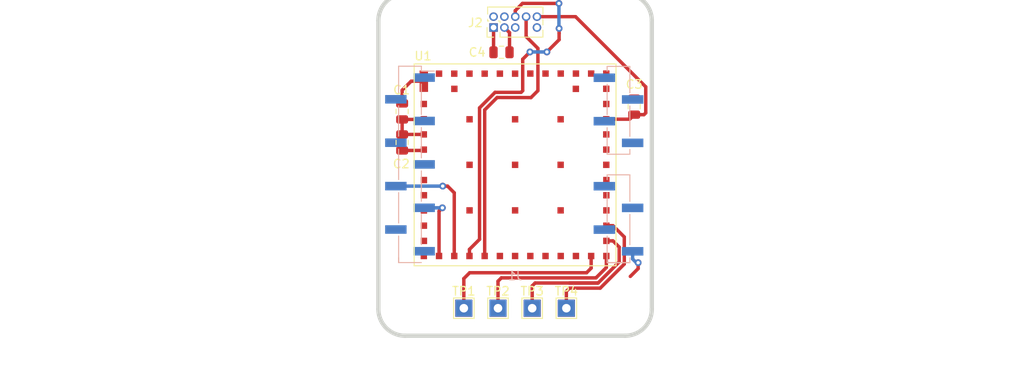
<source format=kicad_pcb>
(kicad_pcb (version 20171130) (host pcbnew 5.1.2)

  (general
    (thickness 1.6)
    (drawings 10)
    (tracks 91)
    (zones 0)
    (modules 11)
    (nets 38)
  )

  (page A4)
  (title_block
    (title "Faraday FP2")
    (date 2018-10-18)
    (rev A)
    (company "Newie Ventures")
  )

  (layers
    (0 F.Cu signal)
    (31 B.Cu signal)
    (32 B.Adhes user hide)
    (33 F.Adhes user hide)
    (34 B.Paste user hide)
    (35 F.Paste user hide)
    (36 B.SilkS user hide)
    (37 F.SilkS user hide)
    (38 B.Mask user hide)
    (39 F.Mask user hide)
    (40 Dwgs.User user hide)
    (41 Cmts.User user hide)
    (42 Eco1.User user hide)
    (43 Eco2.User user hide)
    (44 Edge.Cuts user hide)
    (45 Margin user hide)
    (46 B.CrtYd user hide)
    (47 F.CrtYd user hide)
    (48 B.Fab user hide)
    (49 F.Fab user hide)
  )

  (setup
    (last_trace_width 0.4)
    (trace_clearance 0.2)
    (zone_clearance 0.2)
    (zone_45_only no)
    (trace_min 0.2)
    (via_size 0.8)
    (via_drill 0.4)
    (via_min_size 0.4)
    (via_min_drill 0.3)
    (uvia_size 0.3)
    (uvia_drill 0.1)
    (uvias_allowed no)
    (uvia_min_size 0.2)
    (uvia_min_drill 0.1)
    (edge_width 0.15)
    (segment_width 0.2)
    (pcb_text_width 0.3)
    (pcb_text_size 1.5 1.5)
    (mod_edge_width 0.15)
    (mod_text_size 1 1)
    (mod_text_width 0.15)
    (pad_size 1.524 1.524)
    (pad_drill 0.762)
    (pad_to_mask_clearance 0.2)
    (solder_mask_min_width 0.25)
    (aux_axis_origin 0 0)
    (visible_elements FFFFFF7F)
    (pcbplotparams
      (layerselection 0x010fc_ffffffff)
      (usegerberextensions false)
      (usegerberattributes false)
      (usegerberadvancedattributes false)
      (creategerberjobfile false)
      (excludeedgelayer true)
      (linewidth 0.100000)
      (plotframeref false)
      (viasonmask false)
      (mode 1)
      (useauxorigin false)
      (hpglpennumber 1)
      (hpglpenspeed 20)
      (hpglpendiameter 15.000000)
      (psnegative false)
      (psa4output false)
      (plotreference true)
      (plotvalue true)
      (plotinvisibletext false)
      (padsonsilk false)
      (subtractmaskfromsilk false)
      (outputformat 1)
      (mirror false)
      (drillshape 1)
      (scaleselection 1)
      (outputdirectory ""))
  )

  (net 0 "")
  (net 1 GND)
  (net 2 /UART_RX)
  (net 3 /UART_TX)
  (net 4 +3V3)
  (net 5 /NRESET)
  (net 6 "Net-(J1-Pad14)")
  (net 7 "Net-(J1-Pad15)")
  (net 8 "Net-(J1-Pad16)")
  (net 9 "Net-(J1-Pad13)")
  (net 10 "Net-(J1-Pad11)")
  (net 11 "Net-(J1-Pad12)")
  (net 12 "Net-(J1-Pad4)")
  (net 13 "Net-(J1-Pad8)")
  (net 14 "Net-(J1-Pad2)")
  (net 15 "Net-(J1-Pad1)")
  (net 16 "Net-(J1-Pad5)")
  (net 17 "Net-(J1-Pad3)")
  (net 18 "Net-(TP1-Pad1)")
  (net 19 "Net-(TP2-Pad1)")
  (net 20 "Net-(TP3-Pad1)")
  (net 21 "Net-(TP4-Pad1)")
  (net 22 /SWDIO)
  (net 23 /MBED_TX)
  (net 24 /MBED_RX)
  (net 25 "Net-(U1-Pad12)")
  (net 26 "Net-(U1-Pad27)")
  (net 27 "Net-(U1-Pad28)")
  (net 28 /SWCLK)
  (net 29 "Net-(U1-Pad31)")
  (net 30 "Net-(U1-Pad32)")
  (net 31 "Net-(U1-Pad34)")
  (net 32 "Net-(U1-Pad37)")
  (net 33 "Net-(U1-Pad47)")
  (net 34 "Net-(U1-Pad9)")
  (net 35 "Net-(U1-Pad10)")
  (net 36 "Net-(U1-Pad11)")
  (net 37 "Net-(J2-Pad9)")

  (net_class Default "This is the default net class."
    (clearance 0.2)
    (trace_width 0.4)
    (via_dia 0.8)
    (via_drill 0.4)
    (uvia_dia 0.3)
    (uvia_drill 0.1)
    (add_net +3V3)
    (add_net /MBED_RX)
    (add_net /MBED_TX)
    (add_net /NRESET)
    (add_net /SWCLK)
    (add_net /SWDIO)
    (add_net /UART_RX)
    (add_net /UART_TX)
    (add_net GND)
    (add_net "Net-(J1-Pad1)")
    (add_net "Net-(J1-Pad11)")
    (add_net "Net-(J1-Pad12)")
    (add_net "Net-(J1-Pad13)")
    (add_net "Net-(J1-Pad14)")
    (add_net "Net-(J1-Pad15)")
    (add_net "Net-(J1-Pad16)")
    (add_net "Net-(J1-Pad2)")
    (add_net "Net-(J1-Pad3)")
    (add_net "Net-(J1-Pad4)")
    (add_net "Net-(J1-Pad5)")
    (add_net "Net-(J1-Pad8)")
    (add_net "Net-(J2-Pad9)")
    (add_net "Net-(TP1-Pad1)")
    (add_net "Net-(TP2-Pad1)")
    (add_net "Net-(TP3-Pad1)")
    (add_net "Net-(TP4-Pad1)")
    (add_net "Net-(U1-Pad10)")
    (add_net "Net-(U1-Pad11)")
    (add_net "Net-(U1-Pad12)")
    (add_net "Net-(U1-Pad27)")
    (add_net "Net-(U1-Pad28)")
    (add_net "Net-(U1-Pad31)")
    (add_net "Net-(U1-Pad32)")
    (add_net "Net-(U1-Pad34)")
    (add_net "Net-(U1-Pad37)")
    (add_net "Net-(U1-Pad47)")
    (add_net "Net-(U1-Pad9)")
  )

  (net_class Power ""
    (clearance 0.4)
    (trace_width 0.8)
    (via_dia 1.6)
    (via_drill 0.8)
    (uvia_dia 0.3)
    (uvia_drill 0.1)
  )

  (module TestPoint:TestPoint_THTPad_2.0x2.0mm_Drill1.0mm (layer F.Cu) (tedit 5A0F774F) (tstamp 5D2C652E)
    (at 151 116.78)
    (descr "THT rectangular pad as test Point, square 2.0mm_Drill1.0mm  side length, hole diameter 1.0mm")
    (tags "test point THT pad rectangle square")
    (path /5D36E851)
    (attr virtual)
    (fp_text reference TP4 (at 0 -1.998) (layer F.SilkS)
      (effects (font (size 1 1) (thickness 0.15)))
    )
    (fp_text value GPIO0 (at 0 2.05) (layer F.Fab)
      (effects (font (size 1 1) (thickness 0.15)))
    )
    (fp_line (start 1.5 1.5) (end -1.5 1.5) (layer F.CrtYd) (width 0.05))
    (fp_line (start 1.5 1.5) (end 1.5 -1.5) (layer F.CrtYd) (width 0.05))
    (fp_line (start -1.5 -1.5) (end -1.5 1.5) (layer F.CrtYd) (width 0.05))
    (fp_line (start -1.5 -1.5) (end 1.5 -1.5) (layer F.CrtYd) (width 0.05))
    (fp_line (start -1.2 1.2) (end -1.2 -1.2) (layer F.SilkS) (width 0.12))
    (fp_line (start 1.2 1.2) (end -1.2 1.2) (layer F.SilkS) (width 0.12))
    (fp_line (start 1.2 -1.2) (end 1.2 1.2) (layer F.SilkS) (width 0.12))
    (fp_line (start -1.2 -1.2) (end 1.2 -1.2) (layer F.SilkS) (width 0.12))
    (fp_text user %R (at 0 -2) (layer F.Fab)
      (effects (font (size 1 1) (thickness 0.15)))
    )
    (pad 1 thru_hole rect (at 0 0) (size 2 2) (drill 1) (layers *.Cu *.Mask)
      (net 21 "Net-(TP4-Pad1)"))
  )

  (module TestPoint:TestPoint_THTPad_2.0x2.0mm_Drill1.0mm (layer F.Cu) (tedit 5A0F774F) (tstamp 5D2C6526)
    (at 147 116.78)
    (descr "THT rectangular pad as test Point, square 2.0mm_Drill1.0mm  side length, hole diameter 1.0mm")
    (tags "test point THT pad rectangle square")
    (path /5D3734EA)
    (attr virtual)
    (fp_text reference TP3 (at 0 -1.998) (layer F.SilkS)
      (effects (font (size 1 1) (thickness 0.15)))
    )
    (fp_text value GPIO1 (at 0 2.05) (layer F.Fab)
      (effects (font (size 1 1) (thickness 0.15)))
    )
    (fp_line (start 1.5 1.5) (end -1.5 1.5) (layer F.CrtYd) (width 0.05))
    (fp_line (start 1.5 1.5) (end 1.5 -1.5) (layer F.CrtYd) (width 0.05))
    (fp_line (start -1.5 -1.5) (end -1.5 1.5) (layer F.CrtYd) (width 0.05))
    (fp_line (start -1.5 -1.5) (end 1.5 -1.5) (layer F.CrtYd) (width 0.05))
    (fp_line (start -1.2 1.2) (end -1.2 -1.2) (layer F.SilkS) (width 0.12))
    (fp_line (start 1.2 1.2) (end -1.2 1.2) (layer F.SilkS) (width 0.12))
    (fp_line (start 1.2 -1.2) (end 1.2 1.2) (layer F.SilkS) (width 0.12))
    (fp_line (start -1.2 -1.2) (end 1.2 -1.2) (layer F.SilkS) (width 0.12))
    (fp_text user %R (at 0 -2) (layer F.Fab)
      (effects (font (size 1 1) (thickness 0.15)))
    )
    (pad 1 thru_hole rect (at 0 0) (size 2 2) (drill 1) (layers *.Cu *.Mask)
      (net 20 "Net-(TP3-Pad1)"))
  )

  (module TestPoint:TestPoint_THTPad_2.0x2.0mm_Drill1.0mm (layer F.Cu) (tedit 5A0F774F) (tstamp 5D2C651E)
    (at 143 116.78)
    (descr "THT rectangular pad as test Point, square 2.0mm_Drill1.0mm  side length, hole diameter 1.0mm")
    (tags "test point THT pad rectangle square")
    (path /5D37390E)
    (attr virtual)
    (fp_text reference TP2 (at 0 -1.998) (layer F.SilkS)
      (effects (font (size 1 1) (thickness 0.15)))
    )
    (fp_text value GPIO2 (at 0 2.05) (layer F.Fab)
      (effects (font (size 1 1) (thickness 0.15)))
    )
    (fp_line (start 1.5 1.5) (end -1.5 1.5) (layer F.CrtYd) (width 0.05))
    (fp_line (start 1.5 1.5) (end 1.5 -1.5) (layer F.CrtYd) (width 0.05))
    (fp_line (start -1.5 -1.5) (end -1.5 1.5) (layer F.CrtYd) (width 0.05))
    (fp_line (start -1.5 -1.5) (end 1.5 -1.5) (layer F.CrtYd) (width 0.05))
    (fp_line (start -1.2 1.2) (end -1.2 -1.2) (layer F.SilkS) (width 0.12))
    (fp_line (start 1.2 1.2) (end -1.2 1.2) (layer F.SilkS) (width 0.12))
    (fp_line (start 1.2 -1.2) (end 1.2 1.2) (layer F.SilkS) (width 0.12))
    (fp_line (start -1.2 -1.2) (end 1.2 -1.2) (layer F.SilkS) (width 0.12))
    (fp_text user %R (at 0 -2) (layer F.Fab)
      (effects (font (size 1 1) (thickness 0.15)))
    )
    (pad 1 thru_hole rect (at 0 0) (size 2 2) (drill 1) (layers *.Cu *.Mask)
      (net 19 "Net-(TP2-Pad1)"))
  )

  (module TestPoint:TestPoint_THTPad_2.0x2.0mm_Drill1.0mm (layer F.Cu) (tedit 5A0F774F) (tstamp 5D2C6516)
    (at 139 116.78)
    (descr "THT rectangular pad as test Point, square 2.0mm_Drill1.0mm  side length, hole diameter 1.0mm")
    (tags "test point THT pad rectangle square")
    (path /5D373B1E)
    (attr virtual)
    (fp_text reference TP1 (at 0 -1.998) (layer F.SilkS)
      (effects (font (size 1 1) (thickness 0.15)))
    )
    (fp_text value GPIO3 (at 0 2.05) (layer F.Fab)
      (effects (font (size 1 1) (thickness 0.15)))
    )
    (fp_line (start 1.5 1.5) (end -1.5 1.5) (layer F.CrtYd) (width 0.05))
    (fp_line (start 1.5 1.5) (end 1.5 -1.5) (layer F.CrtYd) (width 0.05))
    (fp_line (start -1.5 -1.5) (end -1.5 1.5) (layer F.CrtYd) (width 0.05))
    (fp_line (start -1.5 -1.5) (end 1.5 -1.5) (layer F.CrtYd) (width 0.05))
    (fp_line (start -1.2 1.2) (end -1.2 -1.2) (layer F.SilkS) (width 0.12))
    (fp_line (start 1.2 1.2) (end -1.2 1.2) (layer F.SilkS) (width 0.12))
    (fp_line (start 1.2 -1.2) (end 1.2 1.2) (layer F.SilkS) (width 0.12))
    (fp_line (start -1.2 -1.2) (end 1.2 -1.2) (layer F.SilkS) (width 0.12))
    (fp_text user %R (at 0 -2) (layer F.Fab)
      (effects (font (size 1 1) (thickness 0.15)))
    )
    (pad 1 thru_hole rect (at 0 0) (size 2 2) (drill 1) (layers *.Cu *.Mask)
      (net 18 "Net-(TP1-Pad1)"))
  )

  (module project_parts:Faraday_module_smt_hdr (layer B.Cu) (tedit 5D2C156D) (tstamp 5D2E057F)
    (at 145 100 180)
    (descr "Faraday module with SMT headers")
    (path /5BCD483D)
    (fp_text reference J1 (at -0.01 -12.99) (layer B.SilkS)
      (effects (font (size 1 1) (thickness 0.15)) (justify mirror))
    )
    (fp_text value module_connector_header (at -0.09 -14.37) (layer B.Fab)
      (effects (font (size 1 1) (thickness 0.15)) (justify mirror))
    )
    (fp_line (start -9.56 -2.18) (end -9.56 -2.82) (layer B.Fab) (width 0.1))
    (fp_line (start -13.37 -9.8) (end -14.64 -9.8) (layer B.Fab) (width 0.1))
    (fp_line (start -10.77 9.43) (end -10.77 5.87) (layer B.SilkS) (width 0.12))
    (fp_line (start -14.64 -10.44) (end -13.37 -10.44) (layer B.Fab) (width 0.1))
    (fp_line (start -10.77 -11.44) (end -13.43 -11.44) (layer B.SilkS) (width 0.12))
    (fp_line (start 13.57 -11.38) (end 11.03 -11.38) (layer B.Fab) (width 0.1))
    (fp_line (start -10.83 5.43) (end -9.56 5.43) (layer B.Fab) (width 0.1))
    (fp_line (start 13.57 11.48) (end 13.57 -11.38) (layer B.Fab) (width 0.1))
    (fp_line (start -13.37 7.97) (end -14.64 7.97) (layer B.Fab) (width 0.1))
    (fp_line (start -10.77 -1.17) (end -10.77 -1.74) (layer B.SilkS) (width 0.12))
    (fp_line (start -13.37 -4.72) (end -14.64 -4.72) (layer B.Fab) (width 0.1))
    (fp_line (start -10.83 -2.18) (end -9.56 -2.18) (layer B.Fab) (width 0.1))
    (fp_line (start 10.97 11.54) (end 10.97 10.97) (layer B.SilkS) (width 0.12))
    (fp_line (start -15.55 11.98) (end -8.65 11.98) (layer B.CrtYd) (width 0.05))
    (fp_line (start -14.64 2.25) (end -13.37 2.25) (layer B.Fab) (width 0.1))
    (fp_line (start -10.83 -11.39) (end -10.83 -1.23) (layer B.Fab) (width 0.1))
    (fp_line (start 13.63 6.91) (end 13.63 3.35) (layer B.SilkS) (width 0.12))
    (fp_line (start 14.84 -7.25) (end 14.84 -7.89) (layer B.Fab) (width 0.1))
    (fp_line (start 9.76 5.45) (end 9.76 4.81) (layer B.Fab) (width 0.1))
    (fp_line (start -13.43 -1.17) (end -13.43 -4.28) (layer B.SilkS) (width 0.12))
    (fp_line (start -10.77 -1.17) (end -13.43 -1.17) (layer B.SilkS) (width 0.12))
    (fp_line (start -9.56 -2.82) (end -10.83 -2.82) (layer B.Fab) (width 0.1))
    (fp_line (start -10.77 11.52) (end -13.43 11.52) (layer B.SilkS) (width 0.12))
    (fp_line (start -10.83 -1.23) (end -13.37 -1.23) (layer B.Fab) (width 0.1))
    (fp_line (start -8.65 11.98) (end -8.65 0.78) (layer B.CrtYd) (width 0.05))
    (fp_line (start -13.37 2.89) (end -14.64 2.89) (layer B.Fab) (width 0.1))
    (fp_line (start 10.97 4.37) (end 10.97 0.81) (layer B.SilkS) (width 0.12))
    (fp_line (start -14.64 -5.36) (end -13.37 -5.36) (layer B.Fab) (width 0.1))
    (fp_line (start -10.77 -3.26) (end -10.77 -6.82) (layer B.SilkS) (width 0.12))
    (fp_line (start -15.55 0.78) (end -15.55 11.98) (layer B.CrtYd) (width 0.05))
    (fp_line (start -9.56 -7.26) (end -9.56 -7.9) (layer B.Fab) (width 0.1))
    (fp_line (start 9.76 0.37) (end 9.76 -0.27) (layer B.Fab) (width 0.1))
    (fp_line (start -14.64 7.33) (end -13.37 7.33) (layer B.Fab) (width 0.1))
    (fp_line (start -10.83 -7.26) (end -9.56 -7.26) (layer B.Fab) (width 0.1))
    (fp_line (start 9.76 -5.35) (end 11.03 -5.35) (layer B.Fab) (width 0.1))
    (fp_line (start -13.43 1.81) (end -13.43 1.24) (layer B.SilkS) (width 0.12))
    (fp_line (start 10.97 -0.71) (end 10.97 -4.27) (layer B.SilkS) (width 0.12))
    (fp_line (start -13.37 1.3) (end -10.83 1.3) (layer B.Fab) (width 0.1))
    (fp_line (start -13.43 6.89) (end -13.43 3.33) (layer B.SilkS) (width 0.12))
    (fp_line (start -14.64 2.89) (end -14.64 2.25) (layer B.Fab) (width 0.1))
    (fp_line (start -13.37 -1.23) (end -13.37 -11.39) (layer B.Fab) (width 0.1))
    (fp_line (start -10.77 1.24) (end -13.43 1.24) (layer B.SilkS) (width 0.12))
    (fp_line (start -9.56 4.79) (end -10.83 4.79) (layer B.Fab) (width 0.1))
    (fp_line (start 15.75 -11.9) (end 15.75 12) (layer B.CrtYd) (width 0.05))
    (fp_line (start 9.76 9.89) (end 11.03 9.89) (layer B.Fab) (width 0.1))
    (fp_line (start -10.83 1.3) (end -10.83 11.46) (layer B.Fab) (width 0.1))
    (fp_line (start 8.85 12) (end 8.85 -11.9) (layer B.CrtYd) (width 0.05))
    (fp_line (start -14.64 -9.8) (end -14.64 -10.44) (layer B.Fab) (width 0.1))
    (fp_line (start -9.56 5.43) (end -9.56 4.79) (layer B.Fab) (width 0.1))
    (fp_line (start -10.83 11.46) (end -13.37 11.46) (layer B.Fab) (width 0.1))
    (fp_line (start -8.65 -0.71) (end -8.65 -11.91) (layer B.CrtYd) (width 0.05))
    (fp_line (start -13.43 -5.8) (end -13.43 -9.36) (layer B.SilkS) (width 0.12))
    (fp_line (start 9.76 4.81) (end 11.03 4.81) (layer B.Fab) (width 0.1))
    (fp_line (start 11.03 -4.71) (end 9.76 -4.71) (layer B.Fab) (width 0.1))
    (fp_line (start 9.76 10.53) (end 9.76 9.89) (layer B.Fab) (width 0.1))
    (fp_line (start 10.97 -5.79) (end 10.97 -9.35) (layer B.SilkS) (width 0.12))
    (fp_line (start 13.57 -2.17) (end 14.84 -2.17) (layer B.Fab) (width 0.1))
    (fp_line (start 9.76 -10.43) (end 11.03 -10.43) (layer B.Fab) (width 0.1))
    (fp_line (start 13.63 11.54) (end 13.63 8.43) (layer B.SilkS) (width 0.12))
    (fp_line (start -10.83 10.51) (end -9.56 10.51) (layer B.Fab) (width 0.1))
    (fp_line (start 9.76 -0.27) (end 11.03 -0.27) (layer B.Fab) (width 0.1))
    (fp_line (start -10.77 -11.45) (end -13.43 -11.45) (layer B.SilkS) (width 0.12))
    (fp_line (start -10.77 4.35) (end -10.77 1.24) (layer B.SilkS) (width 0.12))
    (fp_line (start 10.97 11.54) (end 13.63 11.54) (layer B.SilkS) (width 0.12))
    (fp_line (start 8.85 -11.9) (end 15.75 -11.9) (layer B.CrtYd) (width 0.05))
    (fp_line (start -13.37 11.46) (end -13.37 1.3) (layer B.Fab) (width 0.1))
    (fp_line (start 13.57 7.99) (end 14.84 7.99) (layer B.Fab) (width 0.1))
    (fp_line (start 11.03 10.53) (end 11.98 11.48) (layer B.Fab) (width 0.1))
    (fp_line (start 13.63 -3.25) (end 13.63 -6.81) (layer B.SilkS) (width 0.12))
    (fp_line (start -15.55 -11.91) (end -15.55 -0.71) (layer B.CrtYd) (width 0.05))
    (fp_line (start 11.03 10.53) (end 9.76 10.53) (layer B.Fab) (width 0.1))
    (fp_line (start 10.97 10.97) (end 9.45 10.97) (layer B.SilkS) (width 0.12))
    (fp_line (start 11.03 -11.38) (end 11.03 10.53) (layer B.Fab) (width 0.1))
    (fp_line (start -9.56 -7.9) (end -10.83 -7.9) (layer B.Fab) (width 0.1))
    (fp_line (start 13.57 2.91) (end 14.84 2.91) (layer B.Fab) (width 0.1))
    (fp_line (start 13.63 -10.87) (end 13.63 -11.44) (layer B.SilkS) (width 0.12))
    (fp_line (start 15.75 12) (end 8.85 12) (layer B.CrtYd) (width 0.05))
    (fp_line (start 14.84 -2.81) (end 13.57 -2.81) (layer B.Fab) (width 0.1))
    (fp_line (start -14.64 -4.72) (end -14.64 -5.36) (layer B.Fab) (width 0.1))
    (fp_line (start 14.84 -2.17) (end 14.84 -2.81) (layer B.Fab) (width 0.1))
    (fp_line (start -13.37 -11.38) (end -10.83 -11.38) (layer B.Fab) (width 0.1))
    (fp_line (start -8.65 -11.91) (end -15.55 -11.91) (layer B.CrtYd) (width 0.05))
    (fp_line (start 13.63 1.83) (end 13.63 -1.73) (layer B.SilkS) (width 0.12))
    (fp_line (start 13.63 -8.33) (end 13.63 -11.44) (layer B.SilkS) (width 0.12))
    (fp_line (start 10.97 -11.44) (end 13.63 -11.44) (layer B.SilkS) (width 0.12))
    (fp_line (start -8.65 0.78) (end -15.55 0.78) (layer B.CrtYd) (width 0.05))
    (fp_line (start -9.56 10.51) (end -9.56 9.87) (layer B.Fab) (width 0.1))
    (fp_line (start -10.77 -8.34) (end -10.77 -11.45) (layer B.SilkS) (width 0.12))
    (fp_line (start 11.98 11.48) (end 13.57 11.48) (layer B.Fab) (width 0.1))
    (fp_line (start -14.64 7.97) (end -14.64 7.33) (layer B.Fab) (width 0.1))
    (fp_line (start -13.43 -10.88) (end -13.43 -11.45) (layer B.SilkS) (width 0.12))
    (fp_line (start 11.03 0.37) (end 9.76 0.37) (layer B.Fab) (width 0.1))
    (fp_line (start 14.84 -7.89) (end 13.57 -7.89) (layer B.Fab) (width 0.1))
    (fp_line (start 9.76 -4.71) (end 9.76 -5.35) (layer B.Fab) (width 0.1))
    (fp_line (start -13.43 11.52) (end -13.43 8.41) (layer B.SilkS) (width 0.12))
    (fp_line (start 14.84 2.91) (end 14.84 2.27) (layer B.Fab) (width 0.1))
    (fp_line (start -10.77 11.52) (end -10.77 10.95) (layer B.SilkS) (width 0.12))
    (fp_line (start 14.84 2.27) (end 13.57 2.27) (layer B.Fab) (width 0.1))
    (fp_line (start 14.84 7.99) (end 14.84 7.35) (layer B.Fab) (width 0.1))
    (fp_line (start 13.57 -7.25) (end 14.84 -7.25) (layer B.Fab) (width 0.1))
    (fp_line (start 11.03 -9.79) (end 9.76 -9.79) (layer B.Fab) (width 0.1))
    (fp_line (start -9.56 9.87) (end -10.83 9.87) (layer B.Fab) (width 0.1))
    (fp_line (start 9.76 -9.79) (end 9.76 -10.43) (layer B.Fab) (width 0.1))
    (fp_line (start -15.55 -0.71) (end -8.65 -0.71) (layer B.CrtYd) (width 0.05))
    (fp_line (start 11.03 5.45) (end 9.76 5.45) (layer B.Fab) (width 0.1))
    (fp_line (start 10.97 9.45) (end 10.97 5.89) (layer B.SilkS) (width 0.12))
    (fp_line (start 14.84 7.35) (end 13.57 7.35) (layer B.Fab) (width 0.1))
    (pad 1 smd rect (at 10.645 10.21 180) (size 2.51 1) (layers B.Cu B.Paste B.Mask)
      (net 15 "Net-(J1-Pad1)"))
    (pad 13 smd rect (at -10.445 -2.5 180) (size 2.51 1) (layers B.Cu B.Paste B.Mask)
      (net 9 "Net-(J1-Pad13)"))
    (pad 17 smd rect (at -10.445 10.19 180) (size 2.51 1) (layers B.Cu B.Paste B.Mask)
      (net 1 GND))
    (pad 10 smd rect (at -13.755 -10.12 180) (size 2.51 1) (layers B.Cu B.Paste B.Mask)
      (net 4 +3V3))
    (pad 2 smd rect (at 13.955 7.67 180) (size 2.51 1) (layers B.Cu B.Paste B.Mask)
      (net 14 "Net-(J1-Pad2)"))
    (pad 3 smd rect (at 10.645 5.13 180) (size 2.51 1) (layers B.Cu B.Paste B.Mask)
      (net 17 "Net-(J1-Pad3)"))
    (pad 9 smd rect (at 10.645 -10.11 180) (size 2.51 1) (layers B.Cu B.Paste B.Mask)
      (net 1 GND))
    (pad 8 smd rect (at 13.955 -7.57 180) (size 2.51 1) (layers B.Cu B.Paste B.Mask)
      (net 13 "Net-(J1-Pad8)"))
    (pad 16 smd rect (at -13.755 7.65 180) (size 2.51 1) (layers B.Cu B.Paste B.Mask)
      (net 8 "Net-(J1-Pad16)"))
    (pad 14 smd rect (at -13.755 2.57 180) (size 2.51 1) (layers B.Cu B.Paste B.Mask)
      (net 6 "Net-(J1-Pad14)"))
    (pad 7 smd rect (at 10.645 -5.03 180) (size 2.51 1) (layers B.Cu B.Paste B.Mask)
      (net 2 /UART_RX))
    (pad 6 smd rect (at 13.955 -2.49 180) (size 2.51 1) (layers B.Cu B.Paste B.Mask)
      (net 3 /UART_TX))
    (pad 4 smd rect (at 13.955 2.59 180) (size 2.51 1) (layers B.Cu B.Paste B.Mask)
      (net 12 "Net-(J1-Pad4)"))
    (pad 15 smd rect (at -10.445 5.11 180) (size 2.51 1) (layers B.Cu B.Paste B.Mask)
      (net 7 "Net-(J1-Pad15)"))
    (pad 11 smd rect (at -10.445 -7.58 180) (size 2.51 1) (layers B.Cu B.Paste B.Mask)
      (net 10 "Net-(J1-Pad11)"))
    (pad 5 smd rect (at 10.645 0.05 180) (size 2.51 1) (layers B.Cu B.Paste B.Mask)
      (net 16 "Net-(J1-Pad5)"))
    (pad 12 smd rect (at -13.755 -5.04 180) (size 2.51 1) (layers B.Cu B.Paste B.Mask)
      (net 11 "Net-(J1-Pad12)"))
    (model ${KISYS3DMOD}/Connector_PinHeader_2.54mm.3dshapes/PinHeader_1x09_P2.54mm_Vertical_SMD_Pin1Left.wrl
      (offset (xyz 12.2 0 0))
      (scale (xyz 1 1 1))
      (rotate (xyz 0 0 0))
    )
    (model ${KISYS3DMOD}/Connector_PinHeader_2.54mm.3dshapes/PinHeader_1x04_P2.54mm_Vertical_SMD_Pin1Right.wrl
      (offset (xyz -12.2 6.3 0))
      (scale (xyz 1 1 1))
      (rotate (xyz 0 0 0))
    )
    (model ${KISYS3DMOD}/Connector_PinHeader_2.54mm.3dshapes/PinHeader_1x04_P2.54mm_Vertical_SMD_Pin1Right.wrl
      (offset (xyz -12.2 -6.3 0))
      (scale (xyz 1 1 1))
      (rotate (xyz 0 0 0))
    )
  )

  (module newie:Header_MDOT_PROG_2x05_Pitch1.27mm (layer F.Cu) (tedit 5D2C1822) (tstamp 5D2E1422)
    (at 142.48 83.93 90)
    (descr "Through hole straight pin header, 2x05, 1.27mm pitch, double rows")
    (tags "Through hole pin header THT 2x05 1.27mm double row")
    (path /5D320B60)
    (fp_text reference J2 (at 0.56 -2.13 180) (layer F.SilkS)
      (effects (font (size 1 1) (thickness 0.15)))
    )
    (fp_text value MXDOT_Prog_Header_Keyed (at 3.39 3.24 180) (layer F.Fab)
      (effects (font (size 1 1) (thickness 0.15)))
    )
    (fp_text user %R (at 0.635 2.54) (layer F.Fab)
      (effects (font (size 1 1) (thickness 0.15)))
    )
    (fp_line (start 2.85 -1.15) (end -1.6 -1.15) (layer F.CrtYd) (width 0.05))
    (fp_line (start 2.85 6.25) (end 2.85 -1.15) (layer F.CrtYd) (width 0.05))
    (fp_line (start -1.6 6.25) (end 2.85 6.25) (layer F.CrtYd) (width 0.05))
    (fp_line (start -1.6 -1.15) (end -1.6 6.25) (layer F.CrtYd) (width 0.05))
    (fp_line (start -1.13 -0.76) (end 0 -0.76) (layer F.SilkS) (width 0.12))
    (fp_line (start -1.13 0) (end -1.13 -0.76) (layer F.SilkS) (width 0.12))
    (fp_line (start 1.57753 -0.695) (end 2.4 -0.695) (layer F.SilkS) (width 0.12))
    (fp_line (start 0.76 -0.695) (end 0.96247 -0.695) (layer F.SilkS) (width 0.12))
    (fp_line (start 0.76 -0.563471) (end 0.76 -0.695) (layer F.SilkS) (width 0.12))
    (fp_line (start 0.76 0.706529) (end 0.76 0.563471) (layer F.SilkS) (width 0.12))
    (fp_line (start 0.563471 0.76) (end 0.706529 0.76) (layer F.SilkS) (width 0.12))
    (fp_line (start -1.13 0.76) (end -0.563471 0.76) (layer F.SilkS) (width 0.12))
    (fp_line (start 2.4 -0.695) (end 2.4 5.775) (layer F.SilkS) (width 0.12))
    (fp_line (start -1.13 0.76) (end -1.13 5.775) (layer F.SilkS) (width 0.12))
    (fp_line (start 0.30753 5.775) (end 0.96247 5.775) (layer F.SilkS) (width 0.12))
    (fp_line (start 1.57753 5.775) (end 2.4 5.775) (layer F.SilkS) (width 0.12))
    (fp_line (start -1.13 5.775) (end -0.30753 5.775) (layer F.SilkS) (width 0.12))
    (fp_line (start -1.07 0.2175) (end -0.2175 -0.635) (layer F.Fab) (width 0.1))
    (fp_line (start -1.07 5.715) (end -1.07 0.2175) (layer F.Fab) (width 0.1))
    (fp_line (start 2.34 5.715) (end -1.07 5.715) (layer F.Fab) (width 0.1))
    (fp_line (start 2.34 -0.635) (end 2.34 5.715) (layer F.Fab) (width 0.1))
    (fp_line (start -0.2175 -0.635) (end 2.34 -0.635) (layer F.Fab) (width 0.1))
    (pad 10 thru_hole oval (at 1.27 5.08 90) (size 1 1) (drill 0.65) (layers *.Cu *.Mask)
      (net 5 /NRESET))
    (pad 9 thru_hole oval (at 0 5.08 90) (size 1 1) (drill 0.65) (layers *.Cu *.Mask)
      (net 37 "Net-(J2-Pad9)"))
    (pad 8 thru_hole oval (at 1.27 3.81 90) (size 1 1) (drill 0.65) (layers *.Cu *.Mask)
      (net 23 /MBED_TX))
    (pad 6 thru_hole oval (at 1.27 2.54 90) (size 1 1) (drill 0.65) (layers *.Cu *.Mask)
      (net 24 /MBED_RX))
    (pad 5 thru_hole oval (at 0 2.54 90) (size 1 1) (drill 0.65) (layers *.Cu *.Mask)
      (net 1 GND))
    (pad 4 thru_hole oval (at 1.27 1.27 90) (size 1 1) (drill 0.65) (layers *.Cu *.Mask)
      (net 28 /SWCLK))
    (pad 3 thru_hole oval (at 0 1.27 90) (size 1 1) (drill 0.65) (layers *.Cu *.Mask)
      (net 1 GND))
    (pad 2 thru_hole oval (at 1.27 0 90) (size 1 1) (drill 0.65) (layers *.Cu *.Mask)
      (net 22 /SWDIO))
    (pad 1 thru_hole rect (at 0 0 90) (size 1 1) (drill 0.65) (layers *.Cu *.Mask)
      (net 4 +3V3))
    (model ${KISYS3DMOD}/Connector_PinHeader_1.27mm.3dshapes/PinHeader_2x05_P1.27mm_Vertical.wrl
      (at (xyz 0 0 0))
      (scale (xyz 1 1 1))
      (rotate (xyz 0 0 0))
    )
  )

  (module newie:MTXDOT-AS1-A00-1 (layer F.Cu) (tedit 5D2BC749) (tstamp 5D2C695D)
    (at 145 100)
    (path /5D2D60E1)
    (attr smd)
    (fp_text reference U1 (at -10.77391 -12.733496) (layer F.SilkS)
      (effects (font (size 1 1) (thickness 0.15)))
    )
    (fp_text value MTXDOT-EU1-A00-100 (at -2.8 12.9) (layer F.SilkS) hide
      (effects (font (size 1.00328 1.00328) (thickness 0.05)))
    )
    (fp_line (start -11.81 -11.81) (end 11.81 -11.81) (layer Dwgs.User) (width 0.127))
    (fp_line (start 11.81 -11.81) (end 11.81 11.81) (layer Dwgs.User) (width 0.127))
    (fp_line (start 11.81 11.81) (end -11.81 11.81) (layer Dwgs.User) (width 0.127))
    (fp_line (start -11.81 11.81) (end -11.81 -11.81) (layer Dwgs.User) (width 0.127))
    (fp_line (start -11.81 -11.81) (end 11.81 -11.81) (layer F.SilkS) (width 0.127))
    (fp_line (start 11.81 -11.81) (end 11.81 11.81) (layer F.SilkS) (width 0.127))
    (fp_line (start 11.81 11.81) (end -11.81 11.81) (layer F.SilkS) (width 0.127))
    (fp_line (start -11.81 11.81) (end -11.81 -11.81) (layer F.SilkS) (width 0.127))
    (fp_line (start -12.06 -12.06) (end 12.06 -12.06) (layer Eco1.User) (width 0.05))
    (fp_line (start 12.06 -12.06) (end 12.06 12.06) (layer Eco1.User) (width 0.05))
    (fp_line (start 12.06 12.06) (end -12.06 12.06) (layer Eco1.User) (width 0.05))
    (fp_line (start -12.06 12.06) (end -12.06 -12.06) (layer Eco1.User) (width 0.05))
    (pad 54 smd rect (at 0 0) (size 0.75 0.75) (layers F.Cu F.Paste F.Mask)
      (net 1 GND))
    (pad 51 smd rect (at 0 -5.33) (size 0.75 0.75) (layers F.Cu F.Paste F.Mask)
      (net 1 GND))
    (pad 50 smd rect (at -5.33 -5.33) (size 0.75 0.75) (layers F.Cu F.Paste F.Mask)
      (net 1 GND))
    (pad 53 smd rect (at -5.33 0) (size 0.75 0.75) (layers F.Cu F.Paste F.Mask)
      (net 1 GND))
    (pad 56 smd rect (at -5.33 5.33) (size 0.75 0.75) (layers F.Cu F.Paste F.Mask)
      (net 1 GND))
    (pad 57 smd rect (at 0 5.33) (size 0.75 0.75) (layers F.Cu F.Paste F.Mask)
      (net 1 GND))
    (pad 58 smd rect (at 5.33 5.33) (size 0.75 0.75) (layers F.Cu F.Paste F.Mask)
      (net 1 GND))
    (pad 55 smd rect (at 5.33 0) (size 0.75 0.75) (layers F.Cu F.Paste F.Mask)
      (net 1 GND))
    (pad 52 smd rect (at 5.33 -5.33) (size 0.75 0.75) (layers F.Cu F.Paste F.Mask)
      (net 1 GND))
    (pad 49 smd rect (at -7.11 -8.89) (size 0.75 0.75) (layers F.Cu F.Paste F.Mask)
      (net 1 GND))
    (pad 48 smd rect (at 7.11 -8.89) (size 0.75 0.75) (layers F.Cu F.Paste F.Mask)
      (net 1 GND))
    (pad 42 smd rect (at 0 -10.67) (size 0.75 0.75) (layers F.Cu F.Paste F.Mask)
      (net 1 GND))
    (pad 6 smd rect (at -10.67 0) (size 0.75 0.75) (layers F.Cu F.Paste F.Mask))
    (pad 30 smd rect (at 10.67 0) (size 0.75 0.75) (layers F.Cu F.Paste F.Mask)
      (net 22 /SWDIO))
    (pad 18 smd rect (at 0 10.67) (size 0.75 0.75) (layers F.Cu F.Paste F.Mask))
    (pad 17 smd rect (at -1.78 10.67) (size 0.75 0.75) (layers F.Cu F.Paste F.Mask)
      (net 1 GND))
    (pad 16 smd rect (at -3.56 10.67) (size 0.75 0.75) (layers F.Cu F.Paste F.Mask)
      (net 23 /MBED_TX))
    (pad 15 smd rect (at -5.34 10.67) (size 0.75 0.75) (layers F.Cu F.Paste F.Mask)
      (net 24 /MBED_RX))
    (pad 14 smd rect (at -7.12 10.67) (size 0.75 0.75) (layers F.Cu F.Paste F.Mask)
      (net 3 /UART_TX))
    (pad 13 smd rect (at -8.9 10.67) (size 0.75 0.75) (layers F.Cu F.Paste F.Mask)
      (net 2 /UART_RX))
    (pad 12 smd rect (at -10.68 10.67) (size 0.75 0.75) (layers F.Cu F.Paste F.Mask)
      (net 25 "Net-(U1-Pad12)"))
    (pad 19 smd rect (at 1.78 10.67) (size 0.75 0.75) (layers F.Cu F.Paste F.Mask))
    (pad 20 smd rect (at 3.56 10.67) (size 0.75 0.75) (layers F.Cu F.Paste F.Mask)
      (net 1 GND))
    (pad 21 smd rect (at 5.34 10.67) (size 0.75 0.75) (layers F.Cu F.Paste F.Mask))
    (pad 22 smd rect (at 7.12 10.67) (size 0.75 0.75) (layers F.Cu F.Paste F.Mask))
    (pad 23 smd rect (at 8.9 10.67) (size 0.75 0.75) (layers F.Cu F.Paste F.Mask)
      (net 18 "Net-(TP1-Pad1)"))
    (pad 24 smd rect (at 10.68 10.67) (size 0.75 0.75) (layers F.Cu F.Paste F.Mask)
      (net 19 "Net-(TP2-Pad1)"))
    (pad 25 smd rect (at 10.68 8.9) (size 0.75 0.75) (layers F.Cu F.Paste F.Mask)
      (net 20 "Net-(TP3-Pad1)"))
    (pad 26 smd rect (at 10.68 7.12) (size 0.75 0.75) (layers F.Cu F.Paste F.Mask)
      (net 21 "Net-(TP4-Pad1)"))
    (pad 27 smd rect (at 10.68 5.33) (size 0.75 0.75) (layers F.Cu F.Paste F.Mask)
      (net 26 "Net-(U1-Pad27)"))
    (pad 28 smd rect (at 10.68 3.56) (size 0.75 0.75) (layers F.Cu F.Paste F.Mask)
      (net 27 "Net-(U1-Pad28)"))
    (pad 29 smd rect (at 10.68 1.78) (size 0.75 0.75) (layers F.Cu F.Paste F.Mask)
      (net 28 /SWCLK))
    (pad 31 smd rect (at 10.67 -1.78) (size 0.75 0.75) (layers F.Cu F.Paste F.Mask)
      (net 29 "Net-(U1-Pad31)"))
    (pad 32 smd rect (at 10.67 -3.56) (size 0.75 0.75) (layers F.Cu F.Paste F.Mask)
      (net 30 "Net-(U1-Pad32)"))
    (pad 33 smd rect (at 10.67 -5.34) (size 0.75 0.75) (layers F.Cu F.Paste F.Mask)
      (net 5 /NRESET))
    (pad 34 smd rect (at 10.67 -7.12) (size 0.75 0.75) (layers F.Cu F.Paste F.Mask)
      (net 31 "Net-(U1-Pad34)"))
    (pad 35 smd rect (at 10.67 -8.9) (size 0.75 0.75) (layers F.Cu F.Paste F.Mask)
      (net 1 GND))
    (pad 36 smd rect (at 10.67 -10.68) (size 0.75 0.75) (layers F.Cu F.Paste F.Mask)
      (net 1 GND))
    (pad 37 smd rect (at 8.9 -10.68) (size 0.75 0.75) (layers F.Cu F.Paste F.Mask)
      (net 32 "Net-(U1-Pad37)"))
    (pad 38 smd rect (at 7.12 -10.68) (size 0.75 0.75) (layers F.Cu F.Paste F.Mask)
      (net 1 GND))
    (pad 39 smd rect (at 5.34 -10.68) (size 0.75 0.75) (layers F.Cu F.Paste F.Mask)
      (net 1 GND))
    (pad 40 smd rect (at 3.56 -10.68) (size 0.75 0.75) (layers F.Cu F.Paste F.Mask)
      (net 1 GND))
    (pad 41 smd rect (at 1.78 -10.68) (size 0.75 0.75) (layers F.Cu F.Paste F.Mask)
      (net 1 GND))
    (pad 43 smd rect (at -1.78 -10.67) (size 0.75 0.75) (layers F.Cu F.Paste F.Mask)
      (net 1 GND))
    (pad 44 smd rect (at -3.56 -10.67) (size 0.75 0.75) (layers F.Cu F.Paste F.Mask)
      (net 1 GND))
    (pad 45 smd rect (at -5.34 -10.67) (size 0.75 0.75) (layers F.Cu F.Paste F.Mask)
      (net 1 GND))
    (pad 46 smd rect (at -7.12 -10.67) (size 0.75 0.75) (layers F.Cu F.Paste F.Mask)
      (net 1 GND))
    (pad 47 smd rect (at -8.9 -10.67) (size 0.75 0.75) (layers F.Cu F.Paste F.Mask)
      (net 33 "Net-(U1-Pad47)"))
    (pad 2 smd rect (at -10.68 -7.12) (size 0.75 0.75) (layers F.Cu F.Paste F.Mask))
    (pad 3 smd rect (at -10.68 -5.34) (size 0.75 0.75) (layers F.Cu F.Paste F.Mask)
      (net 4 +3V3))
    (pad 4 smd rect (at -10.68 -3.56) (size 0.75 0.75) (layers F.Cu F.Paste F.Mask)
      (net 4 +3V3))
    (pad 5 smd rect (at -10.68 -1.78) (size 0.75 0.75) (layers F.Cu F.Paste F.Mask)
      (net 1 GND))
    (pad 7 smd rect (at -10.67 1.78) (size 0.75 0.75) (layers F.Cu F.Paste F.Mask))
    (pad 8 smd rect (at -10.67 3.56) (size 0.75 0.75) (layers F.Cu F.Paste F.Mask))
    (pad 9 smd rect (at -10.67 5.34) (size 0.75 0.75) (layers F.Cu F.Paste F.Mask)
      (net 34 "Net-(U1-Pad9)"))
    (pad 10 smd rect (at -10.67 7.12) (size 0.75 0.75) (layers F.Cu F.Paste F.Mask)
      (net 35 "Net-(U1-Pad10)"))
    (pad 11 smd rect (at -10.67 8.9) (size 0.75 0.75) (layers F.Cu F.Paste F.Mask)
      (net 36 "Net-(U1-Pad11)"))
    (pad 1 smd rect (at -10.68 -9.79) (size 0.99 2.51) (layers F.Cu F.Paste F.Mask)
      (net 1 GND))
    (model "/home/mitchell/workspace/Faraday (obelisk)/Chimera/sch/3D files/MTXDOT-NA1-A01-100.STEP"
      (at (xyz 0 0 0))
      (scale (xyz 1 1 1))
      (rotate (xyz 0 0 180))
    )
  )

  (module Resistor_SMD:R_0805_2012Metric (layer F.Cu) (tedit 5B36C52B) (tstamp 5D2E1398)
    (at 143.41 86.83)
    (descr "Resistor SMD 0805 (2012 Metric), square (rectangular) end terminal, IPC_7351 nominal, (Body size source: https://docs.google.com/spreadsheets/d/1BsfQQcO9C6DZCsRaXUlFlo91Tg2WpOkGARC1WS5S8t0/edit?usp=sharing), generated with kicad-footprint-generator")
    (tags resistor)
    (path /5D3452CD)
    (attr smd)
    (fp_text reference C4 (at -2.85 0) (layer F.SilkS)
      (effects (font (size 1 1) (thickness 0.15)))
    )
    (fp_text value "100nF 50V" (at 0 1.65) (layer F.Fab) hide
      (effects (font (size 1 1) (thickness 0.15)))
    )
    (fp_text user %R (at 0 0) (layer F.Fab)
      (effects (font (size 0.5 0.5) (thickness 0.08)))
    )
    (fp_line (start 1.68 0.95) (end -1.68 0.95) (layer F.CrtYd) (width 0.05))
    (fp_line (start 1.68 -0.95) (end 1.68 0.95) (layer F.CrtYd) (width 0.05))
    (fp_line (start -1.68 -0.95) (end 1.68 -0.95) (layer F.CrtYd) (width 0.05))
    (fp_line (start -1.68 0.95) (end -1.68 -0.95) (layer F.CrtYd) (width 0.05))
    (fp_line (start -0.258578 0.71) (end 0.258578 0.71) (layer F.SilkS) (width 0.12))
    (fp_line (start -0.258578 -0.71) (end 0.258578 -0.71) (layer F.SilkS) (width 0.12))
    (fp_line (start 1 0.6) (end -1 0.6) (layer F.Fab) (width 0.1))
    (fp_line (start 1 -0.6) (end 1 0.6) (layer F.Fab) (width 0.1))
    (fp_line (start -1 -0.6) (end 1 -0.6) (layer F.Fab) (width 0.1))
    (fp_line (start -1 0.6) (end -1 -0.6) (layer F.Fab) (width 0.1))
    (pad 2 smd roundrect (at 0.9375 0) (size 0.975 1.4) (layers F.Cu F.Paste F.Mask) (roundrect_rratio 0.25)
      (net 1 GND))
    (pad 1 smd roundrect (at -0.9375 0) (size 0.975 1.4) (layers F.Cu F.Paste F.Mask) (roundrect_rratio 0.25)
      (net 4 +3V3))
    (model ${KISYS3DMOD}/Resistor_SMD.3dshapes/R_0805_2012Metric.wrl
      (at (xyz 0 0 0))
      (scale (xyz 1 1 1))
      (rotate (xyz 0 0 0))
    )
  )

  (module Resistor_SMD:R_0805_2012Metric (layer F.Cu) (tedit 5B36C52B) (tstamp 5D2C64CC)
    (at 158.94 93.19 90)
    (descr "Resistor SMD 0805 (2012 Metric), square (rectangular) end terminal, IPC_7351 nominal, (Body size source: https://docs.google.com/spreadsheets/d/1BsfQQcO9C6DZCsRaXUlFlo91Tg2WpOkGARC1WS5S8t0/edit?usp=sharing), generated with kicad-footprint-generator")
    (tags resistor)
    (path /5D32848E)
    (attr smd)
    (fp_text reference C3 (at 2.61 0) (layer F.SilkS)
      (effects (font (size 1 1) (thickness 0.15)))
    )
    (fp_text value "100nF 50V" (at 0 1.65 90) (layer F.Fab) hide
      (effects (font (size 1 1) (thickness 0.15)))
    )
    (fp_text user %R (at 0 0 90) (layer F.Fab)
      (effects (font (size 0.5 0.5) (thickness 0.08)))
    )
    (fp_line (start 1.68 0.95) (end -1.68 0.95) (layer F.CrtYd) (width 0.05))
    (fp_line (start 1.68 -0.95) (end 1.68 0.95) (layer F.CrtYd) (width 0.05))
    (fp_line (start -1.68 -0.95) (end 1.68 -0.95) (layer F.CrtYd) (width 0.05))
    (fp_line (start -1.68 0.95) (end -1.68 -0.95) (layer F.CrtYd) (width 0.05))
    (fp_line (start -0.258578 0.71) (end 0.258578 0.71) (layer F.SilkS) (width 0.12))
    (fp_line (start -0.258578 -0.71) (end 0.258578 -0.71) (layer F.SilkS) (width 0.12))
    (fp_line (start 1 0.6) (end -1 0.6) (layer F.Fab) (width 0.1))
    (fp_line (start 1 -0.6) (end 1 0.6) (layer F.Fab) (width 0.1))
    (fp_line (start -1 -0.6) (end 1 -0.6) (layer F.Fab) (width 0.1))
    (fp_line (start -1 0.6) (end -1 -0.6) (layer F.Fab) (width 0.1))
    (pad 2 smd roundrect (at 0.9375 0 90) (size 0.975 1.4) (layers F.Cu F.Paste F.Mask) (roundrect_rratio 0.25)
      (net 1 GND))
    (pad 1 smd roundrect (at -0.9375 0 90) (size 0.975 1.4) (layers F.Cu F.Paste F.Mask) (roundrect_rratio 0.25)
      (net 5 /NRESET))
    (model ${KISYS3DMOD}/Resistor_SMD.3dshapes/R_0805_2012Metric.wrl
      (at (xyz 0 0 0))
      (scale (xyz 1 1 1))
      (rotate (xyz 0 0 0))
    )
  )

  (module Resistor_SMD:R_0805_2012Metric (layer F.Cu) (tedit 5B36C52B) (tstamp 5D2DFA69)
    (at 131.78 97.38 270)
    (descr "Resistor SMD 0805 (2012 Metric), square (rectangular) end terminal, IPC_7351 nominal, (Body size source: https://docs.google.com/spreadsheets/d/1BsfQQcO9C6DZCsRaXUlFlo91Tg2WpOkGARC1WS5S8t0/edit?usp=sharing), generated with kicad-footprint-generator")
    (tags resistor)
    (path /5BB06B1D)
    (attr smd)
    (fp_text reference C2 (at 2.51 0.1 180) (layer F.SilkS)
      (effects (font (size 1 1) (thickness 0.15)))
    )
    (fp_text value "100nF 50V" (at 0 1.65 90) (layer F.Fab) hide
      (effects (font (size 1 1) (thickness 0.15)))
    )
    (fp_text user %R (at 0 0 90) (layer F.Fab)
      (effects (font (size 0.5 0.5) (thickness 0.08)))
    )
    (fp_line (start 1.68 0.95) (end -1.68 0.95) (layer F.CrtYd) (width 0.05))
    (fp_line (start 1.68 -0.95) (end 1.68 0.95) (layer F.CrtYd) (width 0.05))
    (fp_line (start -1.68 -0.95) (end 1.68 -0.95) (layer F.CrtYd) (width 0.05))
    (fp_line (start -1.68 0.95) (end -1.68 -0.95) (layer F.CrtYd) (width 0.05))
    (fp_line (start -0.258578 0.71) (end 0.258578 0.71) (layer F.SilkS) (width 0.12))
    (fp_line (start -0.258578 -0.71) (end 0.258578 -0.71) (layer F.SilkS) (width 0.12))
    (fp_line (start 1 0.6) (end -1 0.6) (layer F.Fab) (width 0.1))
    (fp_line (start 1 -0.6) (end 1 0.6) (layer F.Fab) (width 0.1))
    (fp_line (start -1 -0.6) (end 1 -0.6) (layer F.Fab) (width 0.1))
    (fp_line (start -1 0.6) (end -1 -0.6) (layer F.Fab) (width 0.1))
    (pad 2 smd roundrect (at 0.9375 0 270) (size 0.975 1.4) (layers F.Cu F.Paste F.Mask) (roundrect_rratio 0.25)
      (net 1 GND))
    (pad 1 smd roundrect (at -0.9375 0 270) (size 0.975 1.4) (layers F.Cu F.Paste F.Mask) (roundrect_rratio 0.25)
      (net 4 +3V3))
    (model ${KISYS3DMOD}/Resistor_SMD.3dshapes/R_0805_2012Metric.wrl
      (at (xyz 0 0 0))
      (scale (xyz 1 1 1))
      (rotate (xyz 0 0 0))
    )
  )

  (module Resistor_SMD:R_0805_2012Metric (layer F.Cu) (tedit 5B36C52B) (tstamp 5D2C64AA)
    (at 131.78 93.75 90)
    (descr "Resistor SMD 0805 (2012 Metric), square (rectangular) end terminal, IPC_7351 nominal, (Body size source: https://docs.google.com/spreadsheets/d/1BsfQQcO9C6DZCsRaXUlFlo91Tg2WpOkGARC1WS5S8t0/edit?usp=sharing), generated with kicad-footprint-generator")
    (tags resistor)
    (path /5BBED9D4)
    (attr smd)
    (fp_text reference C1 (at 2.51 -0.06 180) (layer F.SilkS)
      (effects (font (size 1 1) (thickness 0.15)))
    )
    (fp_text value "10uF 10V" (at 0 1.65 90) (layer F.Fab) hide
      (effects (font (size 1 1) (thickness 0.15)))
    )
    (fp_text user %R (at 0 0 90) (layer F.Fab)
      (effects (font (size 0.5 0.5) (thickness 0.08)))
    )
    (fp_line (start 1.68 0.95) (end -1.68 0.95) (layer F.CrtYd) (width 0.05))
    (fp_line (start 1.68 -0.95) (end 1.68 0.95) (layer F.CrtYd) (width 0.05))
    (fp_line (start -1.68 -0.95) (end 1.68 -0.95) (layer F.CrtYd) (width 0.05))
    (fp_line (start -1.68 0.95) (end -1.68 -0.95) (layer F.CrtYd) (width 0.05))
    (fp_line (start -0.258578 0.71) (end 0.258578 0.71) (layer F.SilkS) (width 0.12))
    (fp_line (start -0.258578 -0.71) (end 0.258578 -0.71) (layer F.SilkS) (width 0.12))
    (fp_line (start 1 0.6) (end -1 0.6) (layer F.Fab) (width 0.1))
    (fp_line (start 1 -0.6) (end 1 0.6) (layer F.Fab) (width 0.1))
    (fp_line (start -1 -0.6) (end 1 -0.6) (layer F.Fab) (width 0.1))
    (fp_line (start -1 0.6) (end -1 -0.6) (layer F.Fab) (width 0.1))
    (pad 2 smd roundrect (at 0.9375 0 90) (size 0.975 1.4) (layers F.Cu F.Paste F.Mask) (roundrect_rratio 0.25)
      (net 1 GND))
    (pad 1 smd roundrect (at -0.9375 0 90) (size 0.975 1.4) (layers F.Cu F.Paste F.Mask) (roundrect_rratio 0.25)
      (net 4 +3V3))
    (model ${KISYS3DMOD}/Resistor_SMD.3dshapes/R_0805_2012Metric.wrl
      (at (xyz 0 0 0))
      (scale (xyz 1 1 1))
      (rotate (xyz 0 0 0))
    )
  )

  (gr_arc (start 132.12 116.88) (end 129 116.88) (angle -90) (layer Edge.Cuts) (width 0.5) (tstamp 5BC7FABB))
  (gr_arc (start 157.88 116.88) (end 157.88 120) (angle -90) (layer Edge.Cuts) (width 0.5) (tstamp 5BC7FABB))
  (gr_arc (start 157.88 83.12) (end 157.88 80) (angle 90) (layer Edge.Cuts) (width 0.5) (tstamp 5BC7FABB))
  (gr_arc (start 132.12 83.12) (end 132.12 80) (angle -90) (layer Edge.Cuts) (width 0.5))
  (dimension 31.99 (width 0.3) (layer Dwgs.User)
    (gr_text 32mm (at 145 124.78) (layer Dwgs.User)
      (effects (font (size 1.5 1.5) (thickness 0.3)))
    )
    (feature1 (pts (xy 161 119.6) (xy 161 123.266421)))
    (feature2 (pts (xy 129.01 119.6) (xy 129.01 123.266421)))
    (crossbar (pts (xy 129.01 122.68) (xy 161 122.68)))
    (arrow1a (pts (xy 161 122.68) (xy 159.873496 123.266421)))
    (arrow1b (pts (xy 161 122.68) (xy 159.873496 122.093579)))
    (arrow2a (pts (xy 129.01 122.68) (xy 130.136504 123.266421)))
    (arrow2b (pts (xy 129.01 122.68) (xy 130.136504 122.093579)))
  )
  (dimension 40 (width 0.3) (layer Dwgs.User)
    (gr_text 40mm (at 166.3 100 270) (layer Dwgs.User)
      (effects (font (size 1.5 1.5) (thickness 0.3)))
    )
    (feature1 (pts (xy 160 120) (xy 164.786421 120)))
    (feature2 (pts (xy 160 80) (xy 164.786421 80)))
    (crossbar (pts (xy 164.2 80) (xy 164.2 120)))
    (arrow1a (pts (xy 164.2 120) (xy 163.613579 118.873496)))
    (arrow1b (pts (xy 164.2 120) (xy 164.786421 118.873496)))
    (arrow2a (pts (xy 164.2 80) (xy 163.613579 81.126504)))
    (arrow2b (pts (xy 164.2 80) (xy 164.786421 81.126504)))
  )
  (gr_line (start 129 116.86) (end 129 83.12) (layer Edge.Cuts) (width 0.5))
  (gr_line (start 132.11 120) (end 157.88 120) (layer Edge.Cuts) (width 0.5))
  (gr_line (start 161 83.14) (end 161 116.88) (layer Edge.Cuts) (width 0.5))
  (gr_line (start 132.13 80) (end 157.87 80) (layer Edge.Cuts) (width 0.5))

  (segment (start 144.3475 84.5275) (end 143.75 83.93) (width 0.4) (layer F.Cu) (net 1))
  (segment (start 144.3475 86.83) (end 144.3475 84.5275) (width 0.4) (layer F.Cu) (net 1))
  (segment (start 134.2225 98.3175) (end 134.32 98.22) (width 0.4) (layer F.Cu) (net 1))
  (segment (start 131.78 98.3175) (end 134.2225 98.3175) (width 0.4) (layer F.Cu) (net 1))
  (segment (start 131.78 92.8125) (end 131.78 91.27) (width 0.4) (layer F.Cu) (net 1))
  (segment (start 132.84 90.21) (end 134.32 90.21) (width 0.4) (layer F.Cu) (net 1))
  (segment (start 131.78 91.27) (end 132.84 90.21) (width 0.4) (layer F.Cu) (net 1))
  (segment (start 136.1 110.67) (end 136.1 105.42) (width 0.4) (layer F.Cu) (net 2))
  (via (at 136.49 105.03) (size 0.8) (drill 0.4) (layers F.Cu B.Cu) (net 2))
  (segment (start 136.1 105.42) (end 136.49 105.03) (width 0.4) (layer F.Cu) (net 2))
  (segment (start 136.49 105.03) (end 134.355 105.03) (width 0.4) (layer B.Cu) (net 2))
  (segment (start 131.045 102.49) (end 136.53 102.49) (width 0.4) (layer B.Cu) (net 3))
  (via (at 136.53 102.49) (size 0.8) (drill 0.4) (layers F.Cu B.Cu) (net 3))
  (segment (start 137.88 103.274315) (end 137.88 109.895) (width 0.4) (layer F.Cu) (net 3))
  (segment (start 137.095685 102.49) (end 137.88 103.274315) (width 0.4) (layer F.Cu) (net 3))
  (segment (start 137.88 109.895) (end 137.88 110.67) (width 0.4) (layer F.Cu) (net 3))
  (segment (start 136.53 102.49) (end 137.095685 102.49) (width 0.4) (layer F.Cu) (net 3))
  (segment (start 142.48 86.8225) (end 142.4725 86.83) (width 0.4) (layer F.Cu) (net 4))
  (segment (start 142.48 83.93) (end 142.48 86.8225) (width 0.4) (layer F.Cu) (net 4))
  (segment (start 134.3175 96.4425) (end 134.32 96.44) (width 0.4) (layer F.Cu) (net 4))
  (segment (start 131.78 96.4425) (end 134.3175 96.4425) (width 0.4) (layer F.Cu) (net 4))
  (segment (start 134.2925 94.6875) (end 134.32 94.66) (width 0.4) (layer F.Cu) (net 4))
  (segment (start 131.78 94.6875) (end 134.2925 94.6875) (width 0.4) (layer F.Cu) (net 4))
  (segment (start 131.78 96.4425) (end 131.78 94.6875) (width 0.4) (layer F.Cu) (net 4))
  (segment (start 158.755 111.02) (end 159.185 111.45) (width 0.4) (layer B.Cu) (net 4))
  (segment (start 158.755 110.12) (end 158.755 111.02) (width 0.4) (layer B.Cu) (net 4))
  (via (at 159.4 111.45) (size 0.8) (drill 0.4) (layers F.Cu B.Cu) (net 4))
  (segment (start 159.185 111.45) (end 159.4 111.45) (width 0.4) (layer B.Cu) (net 4))
  (segment (start 159.4 111.45) (end 159.4 112.146125) (width 0.4) (layer F.Cu) (net 4))
  (segment (start 159.4 112.146125) (end 158.486125 113.06) (width 0.4) (layer F.Cu) (net 4))
  (segment (start 160.0825 94.1275) (end 158.94 94.1275) (width 0.4) (layer F.Cu) (net 5))
  (segment (start 160.29 90.876602) (end 160.29 93.92) (width 0.4) (layer F.Cu) (net 5))
  (segment (start 147.56 82.66) (end 152.073398 82.66) (width 0.4) (layer F.Cu) (net 5))
  (segment (start 160.29 93.92) (end 160.0825 94.1275) (width 0.4) (layer F.Cu) (net 5))
  (segment (start 152.073398 82.66) (end 160.29 90.876602) (width 0.4) (layer F.Cu) (net 5))
  (segment (start 158.4075 94.66) (end 158.94 94.1275) (width 0.4) (layer F.Cu) (net 5))
  (segment (start 155.67 94.66) (end 158.4075 94.66) (width 0.4) (layer F.Cu) (net 5))
  (segment (start 139 113.31) (end 139 116.78) (width 0.4) (layer F.Cu) (net 18))
  (segment (start 153.9 110.67) (end 153.9 112.09) (width 0.4) (layer F.Cu) (net 18))
  (segment (start 139.68 112.63) (end 139 113.31) (width 0.4) (layer F.Cu) (net 18))
  (segment (start 153.36 112.63) (end 139.68 112.63) (width 0.4) (layer F.Cu) (net 18))
  (segment (start 153.9 112.09) (end 153.36 112.63) (width 0.4) (layer F.Cu) (net 18))
  (segment (start 143.38999 113.23001) (end 154.463799 113.23001) (width 0.4) (layer F.Cu) (net 19))
  (segment (start 155.68 112.013809) (end 155.68 110.67) (width 0.4) (layer F.Cu) (net 19))
  (segment (start 154.463799 113.23001) (end 155.68 112.013809) (width 0.4) (layer F.Cu) (net 19))
  (segment (start 143 116.78) (end 143 113.62) (width 0.4) (layer F.Cu) (net 19))
  (segment (start 143 113.62) (end 143.38999 113.23001) (width 0.4) (layer F.Cu) (net 19))
  (segment (start 157.179999 111.362352) (end 157.179999 109.624999) (width 0.4) (layer F.Cu) (net 20))
  (segment (start 157.179999 109.624999) (end 156.455 108.9) (width 0.4) (layer F.Cu) (net 20))
  (segment (start 156.455 108.9) (end 155.68 108.9) (width 0.4) (layer F.Cu) (net 20))
  (segment (start 154.712331 113.83002) (end 157.179999 111.362352) (width 0.4) (layer F.Cu) (net 20))
  (segment (start 151.34998 113.83002) (end 154.712331 113.83002) (width 0.4) (layer F.Cu) (net 20))
  (segment (start 147 116.78) (end 147 114.17002) (width 0.4) (layer F.Cu) (net 20))
  (segment (start 147.34 113.83002) (end 154.712331 113.83002) (width 0.4) (layer F.Cu) (net 20))
  (segment (start 147 114.17002) (end 147.34 113.83002) (width 0.4) (layer F.Cu) (net 20))
  (segment (start 157.78001 108.44501) (end 156.455 107.12) (width 0.4) (layer F.Cu) (net 21))
  (segment (start 156.455 107.12) (end 155.68 107.12) (width 0.4) (layer F.Cu) (net 21))
  (segment (start 151 114.8) (end 151.36997 114.43003) (width 0.4) (layer F.Cu) (net 21))
  (segment (start 151.36997 114.43003) (end 154.960863 114.43003) (width 0.4) (layer F.Cu) (net 21))
  (segment (start 151 116.78) (end 151 114.8) (width 0.4) (layer F.Cu) (net 21))
  (segment (start 154.960863 114.43003) (end 157.78001 111.610883) (width 0.4) (layer F.Cu) (net 21))
  (segment (start 157.78001 111.610883) (end 157.78001 108.44501) (width 0.4) (layer F.Cu) (net 21))
  (segment (start 146.86 92.13) (end 147.66 91.33) (width 0.4) (layer F.Cu) (net 23))
  (segment (start 147.67 91.32) (end 147.67 86.37) (width 0.4) (layer F.Cu) (net 23))
  (segment (start 142.9 92.12) (end 146.86 92.13) (width 0.4) (layer F.Cu) (net 23))
  (segment (start 141.44 110.67) (end 141.44 93.58) (width 0.4) (layer F.Cu) (net 23))
  (segment (start 141.44 93.58) (end 142.9 92.12) (width 0.4) (layer F.Cu) (net 23))
  (segment (start 146.29 84.99) (end 147.67 86.37) (width 0.4) (layer F.Cu) (net 23))
  (segment (start 146.29 82.66) (end 146.29 84.99) (width 0.4) (layer F.Cu) (net 23))
  (segment (start 145.02 82.66) (end 145.21 82.66) (width 0.4) (layer B.Cu) (net 24))
  (segment (start 145.02 81.952894) (end 145.862894 81.11) (width 0.4) (layer F.Cu) (net 24))
  (segment (start 145.02 82.66) (end 145.02 81.952894) (width 0.4) (layer F.Cu) (net 24))
  (via (at 150.13 81.11) (size 0.8) (drill 0.4) (layers F.Cu B.Cu) (net 24))
  (segment (start 145.862894 81.11) (end 150.13 81.11) (width 0.4) (layer F.Cu) (net 24))
  (via (at 148.72 86.79) (size 0.8) (drill 0.4) (layers F.Cu B.Cu) (net 24))
  (via (at 146.74 86.79) (size 0.8) (drill 0.4) (layers F.Cu B.Cu) (net 24))
  (segment (start 148.72 86.79) (end 146.74 86.79) (width 0.4) (layer B.Cu) (net 24))
  (segment (start 139.66 109.895) (end 139.66 110.67) (width 0.4) (layer F.Cu) (net 24))
  (segment (start 140.83999 108.71501) (end 139.66 109.895) (width 0.4) (layer F.Cu) (net 24))
  (segment (start 140.839991 93.331467) (end 140.83999 108.71501) (width 0.4) (layer F.Cu) (net 24))
  (segment (start 146.74 86.79) (end 145.89 87.64) (width 0.4) (layer F.Cu) (net 24))
  (segment (start 145.89 87.64) (end 145.89 91.324999) (width 0.4) (layer F.Cu) (net 24))
  (segment (start 145.89 91.324999) (end 145.695634 91.519365) (width 0.4) (layer F.Cu) (net 24))
  (segment (start 145.695634 91.519365) (end 142.652093 91.519365) (width 0.4) (layer F.Cu) (net 24))
  (segment (start 142.652093 91.519365) (end 140.839991 93.331467) (width 0.4) (layer F.Cu) (net 24))
  (segment (start 150.13 84.019998) (end 150.15 84.039998) (width 0.4) (layer B.Cu) (net 24))
  (segment (start 148.72 86.79) (end 150.15 85.36) (width 0.4) (layer F.Cu) (net 24))
  (via (at 150.15 84.039998) (size 0.8) (drill 0.4) (layers F.Cu B.Cu) (net 24))
  (segment (start 150.15 84.605683) (end 150.15 84.039998) (width 0.4) (layer F.Cu) (net 24))
  (segment (start 150.15 85.36) (end 150.15 84.605683) (width 0.4) (layer F.Cu) (net 24))
  (segment (start 150.13 81.11) (end 150.13 84.019998) (width 0.4) (layer B.Cu) (net 24))

  (zone (net 1) (net_name GND) (layer B.Cu) (tstamp 5D2E384D) (hatch edge 0.508)
    (connect_pads (clearance 0.2))
    (min_thickness 0.1)
    (fill yes (arc_segments 16) (thermal_gap 0.508) (thermal_bridge_width 0.508))
    (polygon
      (pts
        (xy 172.571213 81.340347) (xy 204.581213 81.300347) (xy 204.571213 121.280347) (xy 172.561213 121.290347)
      )
    )
  )
  (zone (net 1) (net_name GND) (layer F.Cu) (tstamp 5D2E384A) (hatch edge 0.508)
    (connect_pads (clearance 0.2))
    (min_thickness 0.1)
    (fill yes (arc_segments 16) (thermal_gap 0.508) (thermal_bridge_width 0.508))
    (polygon
      (pts
        (xy 84.718889 83.789866) (xy 116.720138 83.799866) (xy 116.718889 123.789866) (xy 84.727073 123.799866)
      )
    )
  )
)

</source>
